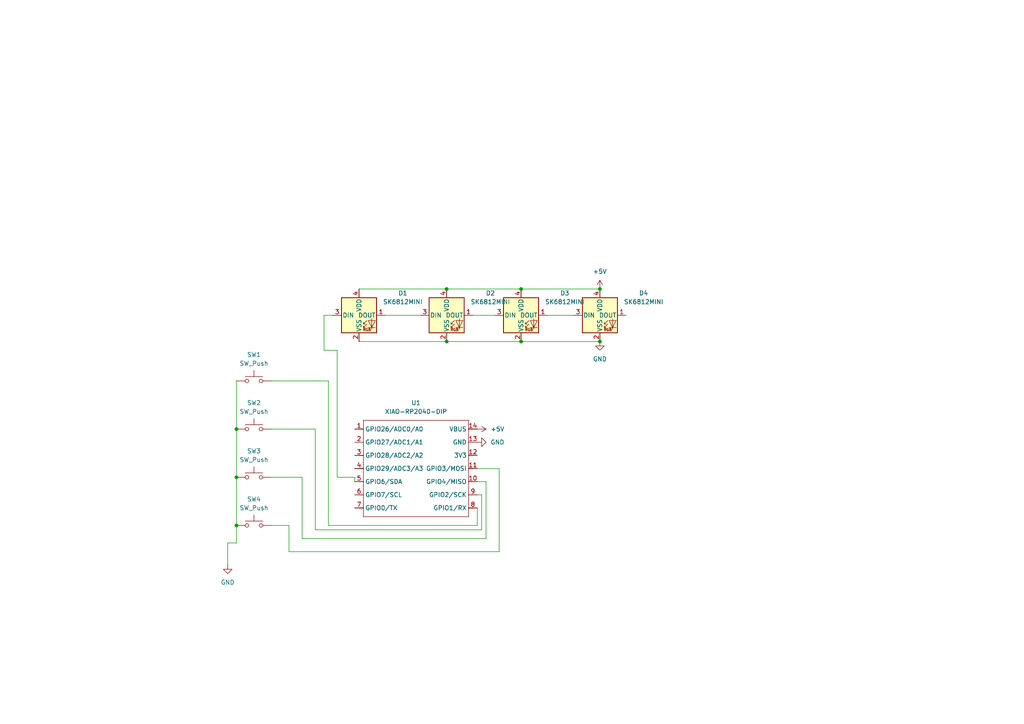
<source format=kicad_sch>
(kicad_sch (version 20250114) (generator "eeschema") (generator_version "9.0")
  (paper "A4")
  (lib_symbols
    (symbol "LED:SK6812MINI" (pin_names (offset 0.254))
      (property "Reference" "D" (at 5.08 5.715 0))
      (property "Value" "SK6812MINI" (at 1.27 -5.715 0))
      (symbol "SK6812MINI_0_0"
        (text "RGB" (at 2.286 -4.191 0) (effects (font (size 0.762 0.762))))
      )
      (symbol "SK6812MINI_0_1"
        (polyline (pts (xy 1.27 -2.54) (xy 1.778 -2.54)))
        (polyline (pts (xy 1.27 -3.556) (xy 1.778 -3.556)))
        (polyline (pts (xy 2.286 -1.524) (xy 1.27 -2.54) (xy 1.27 -2.032)))
        (polyline (pts (xy 2.286 -2.54) (xy 1.27 -3.556) (xy 1.27 -3.048)))
        (polyline (pts (xy 3.683 -1.016) (xy 3.683 -3.556) (xy 3.683 -4.064)))
        (polyline (pts (xy 4.699 -1.524) (xy 2.667 -1.524) (xy 3.683 -3.556) (xy 4.699 -1.524)))
        (polyline (pts (xy 4.699 -3.556) (xy 2.667 -3.556)))
        (rectangle (start 5.08 5.08) (end -5.08 -5.08) (stroke (width 0.254)) (fill (type background)))
      )
      (symbol "SK6812MINI_1_1"
        (pin input line (at -7.62 0 0) (length 2.54) (name "DIN") (number "3"))
        (pin power_in line (at 0 7.62 270) (length 2.54) (name "VDD") (number "4"))
        (pin power_in line (at 0 -7.62 90) (length 2.54) (name "VSS") (number "2"))
        (pin output line (at 7.62 0 180) (length 2.54) (name "DOUT") (number "1"))
      )
    )
    (symbol "OPL:XIAO-RP2040-DIP"
      (property "Reference" "U" (at 0 0 0))
      (property "Value" "XIAO-RP2040-DIP" (at 5.334 -1.778 0))
      (symbol "XIAO-RP2040-DIP_1_0"
        (polyline (pts (xy -1.27 -2.54) (xy 29.21 -2.54)) (stroke (width 0.1524)))
        (polyline (pts (xy -1.27 -5.08) (xy -2.54 -5.08)) (stroke (width 0.1524)))
        (polyline (pts (xy -1.27 -5.08) (xy -1.27 -2.54)) (stroke (width 0.1524)))
        (polyline (pts (xy -1.27 -8.89) (xy -2.54 -8.89)) (stroke (width 0.1524)))
        (polyline (pts (xy -1.27 -8.89) (xy -1.27 -5.08)) (stroke (width 0.1524)))
        (polyline (pts (xy -1.27 -12.7) (xy -2.54 -12.7)) (stroke (width 0.1524)))
        (polyline (pts (xy -1.27 -12.7) (xy -1.27 -8.89)) (stroke (width 0.1524)))
        (polyline (pts (xy -1.27 -16.51) (xy -2.54 -16.51)) (stroke (width 0.1524)))
        (polyline (pts (xy -1.27 -16.51) (xy -1.27 -12.7)) (stroke (width 0.1524)))
        (polyline (pts (xy -1.27 -20.32) (xy -2.54 -20.32)) (stroke (width 0.1524)))
        (polyline (pts (xy -1.27 -24.13) (xy -2.54 -24.13)) (stroke (width 0.1524)))
        (polyline (pts (xy -1.27 -27.94) (xy -2.54 -27.94)) (stroke (width 0.1524)))
        (polyline (pts (xy -1.27 -30.48) (xy -1.27 -16.51)) (stroke (width 0.1524)))
        (polyline (pts (xy 29.21 -2.54) (xy 29.21 -5.08)) (stroke (width 0.1524)))
        (polyline (pts (xy 29.21 -5.08) (xy 29.21 -8.89)) (stroke (width 0.1524)))
        (polyline (pts (xy 29.21 -8.89) (xy 29.21 -12.7)) (stroke (width 0.1524)))
        (polyline (pts (xy 29.21 -12.7) (xy 29.21 -30.48)) (stroke (width 0.1524)))
        (polyline (pts (xy 29.21 -30.48) (xy -1.27 -30.48)) (stroke (width 0.1524)))
        (polyline (pts (xy 30.48 -5.08) (xy 29.21 -5.08)) (stroke (width 0.1524)))
        (polyline (pts (xy 30.48 -8.89) (xy 29.21 -8.89)) (stroke (width 0.1524)))
        (polyline (pts (xy 30.48 -12.7) (xy 29.21 -12.7)) (stroke (width 0.1524)))
        (polyline (pts (xy 30.48 -16.51) (xy 29.21 -16.51)) (stroke (width 0.1524)))
        (polyline (pts (xy 30.48 -20.32) (xy 29.21 -20.32)) (stroke (width 0.1524)))
        (polyline (pts (xy 30.48 -24.13) (xy 29.21 -24.13)) (stroke (width 0.1524)))
        (polyline (pts (xy 30.48 -27.94) (xy 29.21 -27.94)) (stroke (width 0.1524)))
        (pin passive line (at -3.81 -5.08 0) (length 2.54) (name "GPIO26/ADC0/A0") (number "1"))
        (pin passive line (at -3.81 -8.89 0) (length 2.54) (name "GPIO27/ADC1/A1") (number "2"))
        (pin passive line (at -3.81 -12.7 0) (length 2.54) (name "GPIO28/ADC2/A2") (number "3"))
        (pin passive line (at -3.81 -16.51 0) (length 2.54) (name "GPIO29/ADC3/A3") (number "4"))
        (pin passive line (at -3.81 -20.32 0) (length 2.54) (name "GPIO6/SDA") (number "5"))
        (pin passive line (at -3.81 -24.13 0) (length 2.54) (name "GPIO7/SCL") (number "6"))
        (pin passive line (at -3.81 -27.94 0) (length 2.54) (name "GPIO0/TX") (number "7"))
        (pin passive line (at 31.75 -5.08 180) (length 2.54) (name "VBUS") (number "14"))
        (pin passive line (at 31.75 -8.89 180) (length 2.54) (name "GND") (number "13"))
        (pin passive line (at 31.75 -12.7 180) (length 2.54) (name "3V3") (number "12"))
        (pin passive line (at 31.75 -16.51 180) (length 2.54) (name "GPIO3/MOSI") (number "11"))
        (pin passive line (at 31.75 -20.32 180) (length 2.54) (name "GPIO4/MISO") (number "10"))
        (pin passive line (at 31.75 -24.13 180) (length 2.54) (name "GPIO2/SCK") (number "9"))
        (pin passive line (at 31.75 -27.94 180) (length 2.54) (name "GPIO1/RX") (number "8"))
      )
    )
    (symbol "Switch:SW_Push" (pin_numbers (hide yes)) (pin_names (offset 1.016) (hide yes))
      (property "Reference" "SW" (at 1.27 2.54 0))
      (property "Value" "SW_Push" (at 0 -1.524 0))
      (symbol "SW_Push_0_1"
        (circle (center -2.032 0) (radius 0.508))
        (polyline (pts (xy 0 1.27) (xy 0 3.048)))
        (circle (center 2.032 0) (radius 0.508))
        (polyline (pts (xy 2.54 1.27) (xy -2.54 1.27)))
        (pin passive line (at -5.08 0 0) (length 2.54) (name "1") (number "1"))
        (pin passive line (at 5.08 0 180) (length 2.54) (name "2") (number "2"))
      )
    )
    (symbol "power:+5V" (power) (pin_numbers (hide yes)) (pin_names (offset 0) (hide yes))
      (property "Value" "+5V" (at 0 3.556 0))
      (symbol "+5V_0_1"
        (polyline (pts (xy -0.762 1.27) (xy 0 2.54)))
        (polyline (pts (xy 0 2.54) (xy 0.762 1.27)))
        (polyline (pts (xy 0 0) (xy 0 2.54)))
      )
      (symbol "+5V_1_1"
        (pin power_in line (at 0 0 90) (length 0) (name "~") (number "1"))
      )
    )
    (symbol "power:GND" (power) (pin_numbers (hide yes)) (pin_names (offset 0) (hide yes))
      (property "Value" "GND" (at 0 -3.81 0))
      (symbol "GND_0_1"
        (polyline (pts (xy 0 0) (xy 0 -1.27) (xy 1.27 -1.27) (xy 0 -2.54) (xy -1.27 -1.27) (xy 0 -1.27)))
      )
      (symbol "GND_1_1"
        (pin power_in line (at 0 0 270) (length 0) (name "~") (number "1"))
      )
    )
  )
  (junction (at 68.58 138.43))
  (junction (at 129.54 83.82))
  (junction (at 173.99 99.06))
  (junction (at 151.13 99.06))
  (junction (at 68.58 152.4))
  (junction (at 151.13 83.82))
  (junction (at 129.54 99.06))
  (junction (at 173.99 83.82))
  (junction (at 68.58 124.46))
  (wire (pts (xy 138.43 135.89) (xy 144.78 135.89)))
  (wire (pts (xy 139.7 143.51) (xy 139.7 153.67)))
  (wire (pts (xy 137.16 91.44) (xy 143.51 91.44)))
  (wire (pts (xy 151.13 99.06) (xy 173.99 99.06)))
  (wire (pts (xy 93.98 91.44) (xy 96.52 91.44)))
  (wire (pts (xy 91.44 124.46) (xy 91.44 153.67)))
  (wire (pts (xy 78.74 124.46) (xy 91.44 124.46)))
  (wire (pts (xy 78.74 138.43) (xy 87.63 138.43)))
  (wire (pts (xy 68.58 157.48) (xy 66.04 157.48)))
  (wire (pts (xy 104.14 99.06) (xy 129.54 99.06)))
  (wire (pts (xy 139.7 143.51) (xy 138.43 143.51)))
  (wire (pts (xy 138.43 152.4) (xy 95.25 152.4)))
  (wire (pts (xy 68.58 152.4) (xy 68.58 157.48)))
  (wire (pts (xy 68.58 110.49) (xy 68.58 124.46)))
  (wire (pts (xy 97.79 138.43) (xy 102.87 138.43)))
  (wire (pts (xy 129.54 83.82) (xy 151.13 83.82)))
  (wire (pts (xy 78.74 110.49) (xy 95.25 110.49)))
  (wire (pts (xy 144.78 160.02) (xy 144.78 135.89)))
  (wire (pts (xy 83.82 152.4) (xy 83.82 160.02)))
  (wire (pts (xy 87.63 138.43) (xy 87.63 156.21)))
  (wire (pts (xy 104.14 83.82) (xy 129.54 83.82)))
  (wire (pts (xy 66.04 157.48) (xy 66.04 163.83)))
  (wire (pts (xy 68.58 138.43) (xy 68.58 152.4)))
  (wire (pts (xy 138.43 147.32) (xy 138.43 152.4)))
  (wire (pts (xy 111.76 91.44) (xy 121.92 91.44)))
  (wire (pts (xy 91.44 153.67) (xy 139.7 153.67)))
  (wire (pts (xy 151.13 83.82) (xy 173.99 83.82)))
  (wire (pts (xy 95.25 110.49) (xy 95.25 152.4)))
  (wire (pts (xy 68.58 124.46) (xy 68.58 138.43)))
  (wire (pts (xy 140.97 156.21) (xy 140.97 139.7)))
  (wire (pts (xy 138.43 139.7) (xy 140.97 139.7)))
  (wire (pts (xy 97.79 101.6) (xy 97.79 138.43)))
  (wire (pts (xy 78.74 152.4) (xy 83.82 152.4)))
  (wire (pts (xy 129.54 99.06) (xy 151.13 99.06)))
  (wire (pts (xy 158.75 91.44) (xy 166.37 91.44)))
  (wire (pts (xy 87.63 156.21) (xy 140.97 156.21)))
  (wire (pts (xy 83.82 160.02) (xy 144.78 160.02)))
  (wire (pts (xy 93.98 101.6) (xy 93.98 91.44)))
  (wire (pts (xy 97.79 101.6) (xy 93.98 101.6)))
  (wire (pts (xy 102.87 138.43) (xy 102.87 139.7)))
  (symbol (lib_id "power:GND") (at 66.04 163.83 0) (unit 1)
    (property "Reference" "#PWR01" (effects (hide yes)))
    (property "Value" "GND" (at 66.04 168.91 0))
    (property "Description" "Power symbol creates a global label with name \"GND\" , ground" (effects (hide yes)))
  )
  (symbol (lib_id "Switch:SW_Push") (at 73.66 138.43 0) (unit 1)
    (property "Reference" "SW3" (at 73.66 130.81 0))
    (property "Value" "SW_Push" (at 73.66 133.35 0))
    (property "Footprint" "Button_Switch_Keyboard:SW_Cherry_MX_1.00u_PCB" (effects (hide yes)))
    (property "Description" "Push button switch, generic, two pins" (effects (hide yes)))
  )
  (symbol (lib_id "power:+5V") (at 138.43 124.46 270) (unit 1)
    (property "Reference" "#PWR03" (effects (hide yes)))
    (property "Value" "+5V" (at 142.24 124.4599 90) (effects (justify left)))
    (property "Description" "Power symbol creates a global label with name \"+5V\"" (effects (hide yes)))
  )
  (symbol (lib_id "LED:SK6812MINI") (at 129.54 91.44 0) (unit 1)
    (property "Reference" "D2" (at 142.24 85.0198 0))
    (property "Value" "SK6812MINI" (at 142.24 87.5598 0))
    (property "Footprint" "LED_SMD:LED_SK6812MINI_PLCC4_3.5x3.5mm_P1.75mm" (effects (hide yes)))
    (property "Datasheet" "https://cdn-shop.adafruit.com/product-files/2686/SK6812MINI_REV.01-1-2.pdf" (effects (hide yes)))
    (property "Description" "RGB LED with integrated controller" (effects (hide yes)))
  )
  (symbol (lib_id "Switch:SW_Push") (at 73.66 124.46 0) (unit 1)
    (property "Reference" "SW2" (at 73.66 116.84 0))
    (property "Value" "SW_Push" (at 73.66 119.38 0))
    (property "Footprint" "Button_Switch_Keyboard:SW_Cherry_MX_1.00u_PCB" (effects (hide yes)))
    (property "Description" "Push button switch, generic, two pins" (effects (hide yes)))
  )
  (symbol (lib_id "power:GND") (at 173.99 99.06 0) (unit 1)
    (property "Reference" "#PWR04" (effects (hide yes)))
    (property "Value" "GND" (at 173.99 104.14 0))
    (property "Description" "Power symbol creates a global label with name \"GND\" , ground" (effects (hide yes)))
  )
  (symbol (lib_id "Switch:SW_Push") (at 73.66 152.4 0) (unit 1)
    (property "Reference" "SW4" (at 73.66 144.78 0))
    (property "Value" "SW_Push" (at 73.66 147.32 0))
    (property "Footprint" "Button_Switch_Keyboard:SW_Cherry_MX_1.00u_PCB" (effects (hide yes)))
    (property "Description" "Push button switch, generic, two pins" (effects (hide yes)))
  )
  (symbol (lib_id "OPL:XIAO-RP2040-DIP") (at 106.68 119.38 0) (unit 1)
    (property "Reference" "U1" (at 120.65 116.84 0))
    (property "Value" "XIAO-RP2040-DIP" (at 120.65 119.38 0))
    (property "Footprint" "OPL:XIAO-RP2040-DIP" (effects (hide yes)))
  )
  (symbol (lib_id "Switch:SW_Push") (at 73.66 110.49 0) (unit 1)
    (property "Reference" "SW1" (at 73.66 102.87 0))
    (property "Value" "SW_Push" (at 73.66 105.41 0))
    (property "Footprint" "Button_Switch_Keyboard:SW_Cherry_MX_1.00u_PCB" (effects (hide yes)))
    (property "Description" "Push button switch, generic, two pins" (effects (hide yes)))
  )
  (symbol (lib_id "LED:SK6812MINI") (at 151.13 91.44 0) (unit 1)
    (property "Reference" "D3" (at 163.83 85.0198 0))
    (property "Value" "SK6812MINI" (at 163.83 87.5598 0))
    (property "Footprint" "LED_SMD:LED_SK6812MINI_PLCC4_3.5x3.5mm_P1.75mm" (effects (hide yes)))
    (property "Datasheet" "https://cdn-shop.adafruit.com/product-files/2686/SK6812MINI_REV.01-1-2.pdf" (effects (hide yes)))
    (property "Description" "RGB LED with integrated controller" (effects (hide yes)))
  )
  (symbol (lib_id "LED:SK6812MINI") (at 104.14 91.44 0) (unit 1)
    (property "Reference" "D1" (at 116.84 85.0198 0))
    (property "Value" "SK6812MINI" (at 116.84 87.5598 0))
    (property "Footprint" "LED_SMD:LED_SK6812MINI_PLCC4_3.5x3.5mm_P1.75mm" (effects (hide yes)))
    (property "Datasheet" "https://cdn-shop.adafruit.com/product-files/2686/SK6812MINI_REV.01-1-2.pdf" (effects (hide yes)))
    (property "Description" "RGB LED with integrated controller" (effects (hide yes)))
  )
  (symbol (lib_id "LED:SK6812MINI") (at 173.99 91.44 0) (unit 1)
    (property "Reference" "D4" (at 186.69 85.0198 0))
    (property "Value" "SK6812MINI" (at 186.69 87.5598 0))
    (property "Footprint" "LED_SMD:LED_SK6812MINI_PLCC4_3.5x3.5mm_P1.75mm" (effects (hide yes)))
    (property "Datasheet" "https://cdn-shop.adafruit.com/product-files/2686/SK6812MINI_REV.01-1-2.pdf" (effects (hide yes)))
    (property "Description" "RGB LED with integrated controller" (effects (hide yes)))
  )
  (symbol (lib_id "power:+5V") (at 173.99 83.82 0) (unit 1)
    (property "Reference" "#PWR05" (effects (hide yes)))
    (property "Value" "+5V" (at 173.99 78.74 0))
    (property "Description" "Power symbol creates a global label with name \"+5V\"" (effects (hide yes)))
  )
  (symbol (lib_id "power:GND") (at 138.43 128.27 90) (unit 1)
    (property "Reference" "#PWR02" (effects (hide yes)))
    (property "Value" "GND" (at 142.24 128.2699 90) (effects (justify right)))
    (property "Description" "Power symbol creates a global label with name \"GND\" , ground" (effects (hide yes)))
  )
)
</source>
